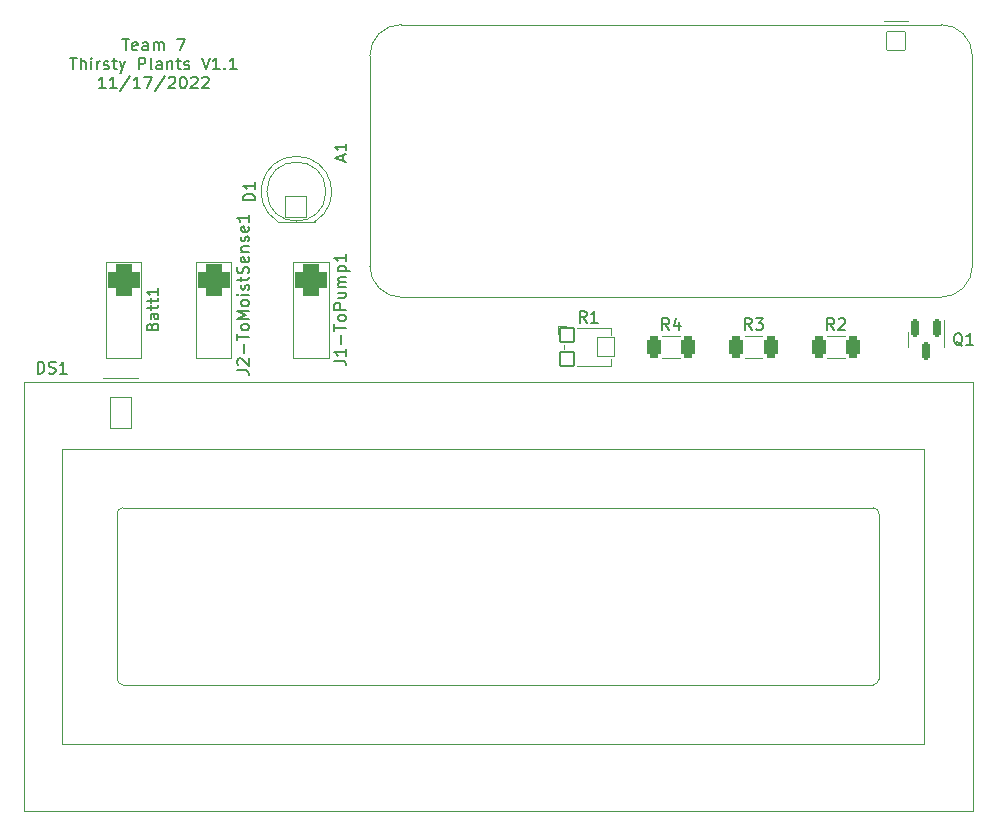
<source format=gbr>
%TF.GenerationSoftware,KiCad,Pcbnew,(6.0.5)*%
%TF.CreationDate,2022-11-16T22:17:36-08:00*%
%TF.ProjectId,ECE411,45434534-3131-42e6-9b69-6361645f7063,rev?*%
%TF.SameCoordinates,Original*%
%TF.FileFunction,Legend,Top*%
%TF.FilePolarity,Positive*%
%FSLAX46Y46*%
G04 Gerber Fmt 4.6, Leading zero omitted, Abs format (unit mm)*
G04 Created by KiCad (PCBNEW (6.0.5)) date 2022-11-16 22:17:36*
%MOMM*%
%LPD*%
G01*
G04 APERTURE LIST*
G04 Aperture macros list*
%AMRoundRect*
0 Rectangle with rounded corners*
0 $1 Rounding radius*
0 $2 $3 $4 $5 $6 $7 $8 $9 X,Y pos of 4 corners*
0 Add a 4 corners polygon primitive as box body*
4,1,4,$2,$3,$4,$5,$6,$7,$8,$9,$2,$3,0*
0 Add four circle primitives for the rounded corners*
1,1,$1+$1,$2,$3*
1,1,$1+$1,$4,$5*
1,1,$1+$1,$6,$7*
1,1,$1+$1,$8,$9*
0 Add four rect primitives between the rounded corners*
20,1,$1+$1,$2,$3,$4,$5,0*
20,1,$1+$1,$4,$5,$6,$7,0*
20,1,$1+$1,$6,$7,$8,$9,0*
20,1,$1+$1,$8,$9,$2,$3,0*%
G04 Aperture macros list end*
%ADD10C,0.150000*%
%ADD11C,0.120000*%
%ADD12RoundRect,0.050800X0.900000X-0.900000X0.900000X0.900000X-0.900000X0.900000X-0.900000X-0.900000X0*%
%ADD13C,1.901600*%
%ADD14RoundRect,0.700800X-0.650000X0.650000X-0.650000X-0.650000X0.650000X-0.650000X0.650000X0.650000X0*%
%ADD15C,2.701600*%
%ADD16RoundRect,0.300800X-0.312500X-0.625000X0.312500X-0.625000X0.312500X0.625000X-0.312500X0.625000X0*%
%ADD17C,3.101600*%
%ADD18RoundRect,0.050800X-0.900000X-1.300000X0.900000X-1.300000X0.900000X1.300000X-0.900000X1.300000X0*%
%ADD19O,1.901600X2.701600*%
%ADD20RoundRect,0.300800X0.312500X0.625000X-0.312500X0.625000X-0.312500X-0.625000X0.312500X-0.625000X0*%
%ADD21RoundRect,0.050800X0.800000X-0.800000X0.800000X0.800000X-0.800000X0.800000X-0.800000X-0.800000X0*%
%ADD22C,1.701600*%
%ADD23RoundRect,0.200800X-0.150000X0.587500X-0.150000X-0.587500X0.150000X-0.587500X0.150000X0.587500X0*%
%ADD24RoundRect,0.050800X-0.600000X-0.600000X0.600000X-0.600000X0.600000X0.600000X-0.600000X0.600000X0*%
%ADD25RoundRect,0.050800X-0.750000X-0.800000X0.750000X-0.800000X0.750000X0.800000X-0.750000X0.800000X0*%
G04 APERTURE END LIST*
D10*
X116054523Y-63882380D02*
X116625952Y-63882380D01*
X116340238Y-64882380D02*
X116340238Y-63882380D01*
X117340238Y-64834761D02*
X117245000Y-64882380D01*
X117054523Y-64882380D01*
X116959285Y-64834761D01*
X116911666Y-64739523D01*
X116911666Y-64358571D01*
X116959285Y-64263333D01*
X117054523Y-64215714D01*
X117245000Y-64215714D01*
X117340238Y-64263333D01*
X117387857Y-64358571D01*
X117387857Y-64453809D01*
X116911666Y-64549047D01*
X118245000Y-64882380D02*
X118245000Y-64358571D01*
X118197380Y-64263333D01*
X118102142Y-64215714D01*
X117911666Y-64215714D01*
X117816428Y-64263333D01*
X118245000Y-64834761D02*
X118149761Y-64882380D01*
X117911666Y-64882380D01*
X117816428Y-64834761D01*
X117768809Y-64739523D01*
X117768809Y-64644285D01*
X117816428Y-64549047D01*
X117911666Y-64501428D01*
X118149761Y-64501428D01*
X118245000Y-64453809D01*
X118721190Y-64882380D02*
X118721190Y-64215714D01*
X118721190Y-64310952D02*
X118768809Y-64263333D01*
X118864047Y-64215714D01*
X119006904Y-64215714D01*
X119102142Y-64263333D01*
X119149761Y-64358571D01*
X119149761Y-64882380D01*
X119149761Y-64358571D02*
X119197380Y-64263333D01*
X119292619Y-64215714D01*
X119435476Y-64215714D01*
X119530714Y-64263333D01*
X119578333Y-64358571D01*
X119578333Y-64882380D01*
X120721190Y-63882380D02*
X121387857Y-63882380D01*
X120959285Y-64882380D01*
X111649761Y-65492380D02*
X112221190Y-65492380D01*
X111935476Y-66492380D02*
X111935476Y-65492380D01*
X112554523Y-66492380D02*
X112554523Y-65492380D01*
X112983095Y-66492380D02*
X112983095Y-65968571D01*
X112935476Y-65873333D01*
X112840238Y-65825714D01*
X112697380Y-65825714D01*
X112602142Y-65873333D01*
X112554523Y-65920952D01*
X113459285Y-66492380D02*
X113459285Y-65825714D01*
X113459285Y-65492380D02*
X113411666Y-65540000D01*
X113459285Y-65587619D01*
X113506904Y-65540000D01*
X113459285Y-65492380D01*
X113459285Y-65587619D01*
X113935476Y-66492380D02*
X113935476Y-65825714D01*
X113935476Y-66016190D02*
X113983095Y-65920952D01*
X114030714Y-65873333D01*
X114125952Y-65825714D01*
X114221190Y-65825714D01*
X114506904Y-66444761D02*
X114602142Y-66492380D01*
X114792619Y-66492380D01*
X114887857Y-66444761D01*
X114935476Y-66349523D01*
X114935476Y-66301904D01*
X114887857Y-66206666D01*
X114792619Y-66159047D01*
X114649761Y-66159047D01*
X114554523Y-66111428D01*
X114506904Y-66016190D01*
X114506904Y-65968571D01*
X114554523Y-65873333D01*
X114649761Y-65825714D01*
X114792619Y-65825714D01*
X114887857Y-65873333D01*
X115221190Y-65825714D02*
X115602142Y-65825714D01*
X115364047Y-65492380D02*
X115364047Y-66349523D01*
X115411666Y-66444761D01*
X115506904Y-66492380D01*
X115602142Y-66492380D01*
X115840238Y-65825714D02*
X116078333Y-66492380D01*
X116316428Y-65825714D02*
X116078333Y-66492380D01*
X115983095Y-66730476D01*
X115935476Y-66778095D01*
X115840238Y-66825714D01*
X117459285Y-66492380D02*
X117459285Y-65492380D01*
X117840238Y-65492380D01*
X117935476Y-65540000D01*
X117983095Y-65587619D01*
X118030714Y-65682857D01*
X118030714Y-65825714D01*
X117983095Y-65920952D01*
X117935476Y-65968571D01*
X117840238Y-66016190D01*
X117459285Y-66016190D01*
X118602142Y-66492380D02*
X118506904Y-66444761D01*
X118459285Y-66349523D01*
X118459285Y-65492380D01*
X119411666Y-66492380D02*
X119411666Y-65968571D01*
X119364047Y-65873333D01*
X119268809Y-65825714D01*
X119078333Y-65825714D01*
X118983095Y-65873333D01*
X119411666Y-66444761D02*
X119316428Y-66492380D01*
X119078333Y-66492380D01*
X118983095Y-66444761D01*
X118935476Y-66349523D01*
X118935476Y-66254285D01*
X118983095Y-66159047D01*
X119078333Y-66111428D01*
X119316428Y-66111428D01*
X119411666Y-66063809D01*
X119887857Y-65825714D02*
X119887857Y-66492380D01*
X119887857Y-65920952D02*
X119935476Y-65873333D01*
X120030714Y-65825714D01*
X120173571Y-65825714D01*
X120268809Y-65873333D01*
X120316428Y-65968571D01*
X120316428Y-66492380D01*
X120649761Y-65825714D02*
X121030714Y-65825714D01*
X120792619Y-65492380D02*
X120792619Y-66349523D01*
X120840238Y-66444761D01*
X120935476Y-66492380D01*
X121030714Y-66492380D01*
X121316428Y-66444761D02*
X121411666Y-66492380D01*
X121602142Y-66492380D01*
X121697380Y-66444761D01*
X121745000Y-66349523D01*
X121745000Y-66301904D01*
X121697380Y-66206666D01*
X121602142Y-66159047D01*
X121459285Y-66159047D01*
X121364047Y-66111428D01*
X121316428Y-66016190D01*
X121316428Y-65968571D01*
X121364047Y-65873333D01*
X121459285Y-65825714D01*
X121602142Y-65825714D01*
X121697380Y-65873333D01*
X122792619Y-65492380D02*
X123125952Y-66492380D01*
X123459285Y-65492380D01*
X124316428Y-66492380D02*
X123745000Y-66492380D01*
X124030714Y-66492380D02*
X124030714Y-65492380D01*
X123935476Y-65635238D01*
X123840238Y-65730476D01*
X123745000Y-65778095D01*
X124745000Y-66397142D02*
X124792619Y-66444761D01*
X124745000Y-66492380D01*
X124697380Y-66444761D01*
X124745000Y-66397142D01*
X124745000Y-66492380D01*
X125745000Y-66492380D02*
X125173571Y-66492380D01*
X125459285Y-66492380D02*
X125459285Y-65492380D01*
X125364047Y-65635238D01*
X125268809Y-65730476D01*
X125173571Y-65778095D01*
X114649761Y-68102380D02*
X114078333Y-68102380D01*
X114364047Y-68102380D02*
X114364047Y-67102380D01*
X114268809Y-67245238D01*
X114173571Y-67340476D01*
X114078333Y-67388095D01*
X115602142Y-68102380D02*
X115030714Y-68102380D01*
X115316428Y-68102380D02*
X115316428Y-67102380D01*
X115221190Y-67245238D01*
X115125952Y-67340476D01*
X115030714Y-67388095D01*
X116745000Y-67054761D02*
X115887857Y-68340476D01*
X117602142Y-68102380D02*
X117030714Y-68102380D01*
X117316428Y-68102380D02*
X117316428Y-67102380D01*
X117221190Y-67245238D01*
X117125952Y-67340476D01*
X117030714Y-67388095D01*
X117935476Y-67102380D02*
X118602142Y-67102380D01*
X118173571Y-68102380D01*
X119697380Y-67054761D02*
X118840238Y-68340476D01*
X119983095Y-67197619D02*
X120030714Y-67150000D01*
X120125952Y-67102380D01*
X120364047Y-67102380D01*
X120459285Y-67150000D01*
X120506904Y-67197619D01*
X120554523Y-67292857D01*
X120554523Y-67388095D01*
X120506904Y-67530952D01*
X119935476Y-68102380D01*
X120554523Y-68102380D01*
X121173571Y-67102380D02*
X121268809Y-67102380D01*
X121364047Y-67150000D01*
X121411666Y-67197619D01*
X121459285Y-67292857D01*
X121506904Y-67483333D01*
X121506904Y-67721428D01*
X121459285Y-67911904D01*
X121411666Y-68007142D01*
X121364047Y-68054761D01*
X121268809Y-68102380D01*
X121173571Y-68102380D01*
X121078333Y-68054761D01*
X121030714Y-68007142D01*
X120983095Y-67911904D01*
X120935476Y-67721428D01*
X120935476Y-67483333D01*
X120983095Y-67292857D01*
X121030714Y-67197619D01*
X121078333Y-67150000D01*
X121173571Y-67102380D01*
X121887857Y-67197619D02*
X121935476Y-67150000D01*
X122030714Y-67102380D01*
X122268809Y-67102380D01*
X122364047Y-67150000D01*
X122411666Y-67197619D01*
X122459285Y-67292857D01*
X122459285Y-67388095D01*
X122411666Y-67530952D01*
X121840238Y-68102380D01*
X122459285Y-68102380D01*
X122840238Y-67197619D02*
X122887857Y-67150000D01*
X122983095Y-67102380D01*
X123221190Y-67102380D01*
X123316428Y-67150000D01*
X123364047Y-67197619D01*
X123411666Y-67292857D01*
X123411666Y-67388095D01*
X123364047Y-67530952D01*
X122792619Y-68102380D01*
X123411666Y-68102380D01*
%TO.C,D1*%
X127302380Y-77578095D02*
X126302380Y-77578095D01*
X126302380Y-77340000D01*
X126350000Y-77197142D01*
X126445238Y-77101904D01*
X126540476Y-77054285D01*
X126730952Y-77006666D01*
X126873809Y-77006666D01*
X127064285Y-77054285D01*
X127159523Y-77101904D01*
X127254761Y-77197142D01*
X127302380Y-77340000D01*
X127302380Y-77578095D01*
X127302380Y-76054285D02*
X127302380Y-76625714D01*
X127302380Y-76340000D02*
X126302380Y-76340000D01*
X126445238Y-76435238D01*
X126540476Y-76530476D01*
X126588095Y-76625714D01*
%TO.C,J2-ToMoistSense1*%
X125787860Y-91966781D02*
X126502146Y-91966781D01*
X126645003Y-92014400D01*
X126740241Y-92109639D01*
X126787860Y-92252496D01*
X126787860Y-92347734D01*
X125883099Y-91538210D02*
X125835480Y-91490591D01*
X125787860Y-91395353D01*
X125787860Y-91157258D01*
X125835480Y-91062020D01*
X125883099Y-91014400D01*
X125978337Y-90966781D01*
X126073575Y-90966781D01*
X126216432Y-91014400D01*
X126787860Y-91585829D01*
X126787860Y-90966781D01*
X126406908Y-90538210D02*
X126406908Y-89776305D01*
X125787860Y-89442972D02*
X125787860Y-88871543D01*
X126787860Y-89157258D02*
X125787860Y-89157258D01*
X126787860Y-88395353D02*
X126740241Y-88490591D01*
X126692622Y-88538210D01*
X126597384Y-88585829D01*
X126311670Y-88585829D01*
X126216432Y-88538210D01*
X126168813Y-88490591D01*
X126121194Y-88395353D01*
X126121194Y-88252496D01*
X126168813Y-88157258D01*
X126216432Y-88109639D01*
X126311670Y-88062020D01*
X126597384Y-88062020D01*
X126692622Y-88109639D01*
X126740241Y-88157258D01*
X126787860Y-88252496D01*
X126787860Y-88395353D01*
X126787860Y-87633448D02*
X125787860Y-87633448D01*
X126502146Y-87300115D01*
X125787860Y-86966781D01*
X126787860Y-86966781D01*
X126787860Y-86347734D02*
X126740241Y-86442972D01*
X126692622Y-86490591D01*
X126597384Y-86538210D01*
X126311670Y-86538210D01*
X126216432Y-86490591D01*
X126168813Y-86442972D01*
X126121194Y-86347734D01*
X126121194Y-86204877D01*
X126168813Y-86109639D01*
X126216432Y-86062020D01*
X126311670Y-86014400D01*
X126597384Y-86014400D01*
X126692622Y-86062020D01*
X126740241Y-86109639D01*
X126787860Y-86204877D01*
X126787860Y-86347734D01*
X126787860Y-85585829D02*
X126121194Y-85585829D01*
X125787860Y-85585829D02*
X125835480Y-85633448D01*
X125883099Y-85585829D01*
X125835480Y-85538210D01*
X125787860Y-85585829D01*
X125883099Y-85585829D01*
X126740241Y-85157258D02*
X126787860Y-85062020D01*
X126787860Y-84871543D01*
X126740241Y-84776305D01*
X126645003Y-84728686D01*
X126597384Y-84728686D01*
X126502146Y-84776305D01*
X126454527Y-84871543D01*
X126454527Y-85014400D01*
X126406908Y-85109639D01*
X126311670Y-85157258D01*
X126264051Y-85157258D01*
X126168813Y-85109639D01*
X126121194Y-85014400D01*
X126121194Y-84871543D01*
X126168813Y-84776305D01*
X126121194Y-84442972D02*
X126121194Y-84062020D01*
X125787860Y-84300115D02*
X126645003Y-84300115D01*
X126740241Y-84252496D01*
X126787860Y-84157258D01*
X126787860Y-84062020D01*
X126740241Y-83776305D02*
X126787860Y-83633448D01*
X126787860Y-83395353D01*
X126740241Y-83300115D01*
X126692622Y-83252496D01*
X126597384Y-83204877D01*
X126502146Y-83204877D01*
X126406908Y-83252496D01*
X126359289Y-83300115D01*
X126311670Y-83395353D01*
X126264051Y-83585829D01*
X126216432Y-83681067D01*
X126168813Y-83728686D01*
X126073575Y-83776305D01*
X125978337Y-83776305D01*
X125883099Y-83728686D01*
X125835480Y-83681067D01*
X125787860Y-83585829D01*
X125787860Y-83347734D01*
X125835480Y-83204877D01*
X126740241Y-82395353D02*
X126787860Y-82490591D01*
X126787860Y-82681067D01*
X126740241Y-82776305D01*
X126645003Y-82823924D01*
X126264051Y-82823924D01*
X126168813Y-82776305D01*
X126121194Y-82681067D01*
X126121194Y-82490591D01*
X126168813Y-82395353D01*
X126264051Y-82347734D01*
X126359289Y-82347734D01*
X126454527Y-82823924D01*
X126121194Y-81919162D02*
X126787860Y-81919162D01*
X126216432Y-81919162D02*
X126168813Y-81871543D01*
X126121194Y-81776305D01*
X126121194Y-81633448D01*
X126168813Y-81538210D01*
X126264051Y-81490591D01*
X126787860Y-81490591D01*
X126740241Y-81062020D02*
X126787860Y-80966781D01*
X126787860Y-80776305D01*
X126740241Y-80681067D01*
X126645003Y-80633448D01*
X126597384Y-80633448D01*
X126502146Y-80681067D01*
X126454527Y-80776305D01*
X126454527Y-80919162D01*
X126406908Y-81014400D01*
X126311670Y-81062020D01*
X126264051Y-81062020D01*
X126168813Y-81014400D01*
X126121194Y-80919162D01*
X126121194Y-80776305D01*
X126168813Y-80681067D01*
X126740241Y-79823924D02*
X126787860Y-79919162D01*
X126787860Y-80109639D01*
X126740241Y-80204877D01*
X126645003Y-80252496D01*
X126264051Y-80252496D01*
X126168813Y-80204877D01*
X126121194Y-80109639D01*
X126121194Y-79919162D01*
X126168813Y-79823924D01*
X126264051Y-79776305D01*
X126359289Y-79776305D01*
X126454527Y-80252496D01*
X126787860Y-78823924D02*
X126787860Y-79395353D01*
X126787860Y-79109639D02*
X125787860Y-79109639D01*
X125930718Y-79204877D01*
X126025956Y-79300115D01*
X126073575Y-79395353D01*
%TO.C,Batt1*%
X118604051Y-88260591D02*
X118651670Y-88117734D01*
X118699289Y-88070115D01*
X118794527Y-88022496D01*
X118937384Y-88022496D01*
X119032622Y-88070115D01*
X119080241Y-88117734D01*
X119127860Y-88212972D01*
X119127860Y-88593924D01*
X118127860Y-88593924D01*
X118127860Y-88260591D01*
X118175480Y-88165353D01*
X118223099Y-88117734D01*
X118318337Y-88070115D01*
X118413575Y-88070115D01*
X118508813Y-88117734D01*
X118556432Y-88165353D01*
X118604051Y-88260591D01*
X118604051Y-88593924D01*
X119127860Y-87165353D02*
X118604051Y-87165353D01*
X118508813Y-87212972D01*
X118461194Y-87308210D01*
X118461194Y-87498686D01*
X118508813Y-87593924D01*
X119080241Y-87165353D02*
X119127860Y-87260591D01*
X119127860Y-87498686D01*
X119080241Y-87593924D01*
X118985003Y-87641543D01*
X118889765Y-87641543D01*
X118794527Y-87593924D01*
X118746908Y-87498686D01*
X118746908Y-87260591D01*
X118699289Y-87165353D01*
X118461194Y-86832020D02*
X118461194Y-86451067D01*
X118127860Y-86689162D02*
X118985003Y-86689162D01*
X119080241Y-86641543D01*
X119127860Y-86546305D01*
X119127860Y-86451067D01*
X118461194Y-86260591D02*
X118461194Y-85879639D01*
X118127860Y-86117734D02*
X118985003Y-86117734D01*
X119080241Y-86070115D01*
X119127860Y-85974877D01*
X119127860Y-85879639D01*
X119127860Y-85022496D02*
X119127860Y-85593924D01*
X119127860Y-85308210D02*
X118127860Y-85308210D01*
X118270718Y-85403448D01*
X118365956Y-85498686D01*
X118413575Y-85593924D01*
%TO.C,R3*%
X169348813Y-88554400D02*
X169015480Y-88078210D01*
X168777384Y-88554400D02*
X168777384Y-87554400D01*
X169158337Y-87554400D01*
X169253575Y-87602020D01*
X169301194Y-87649639D01*
X169348813Y-87744877D01*
X169348813Y-87887734D01*
X169301194Y-87982972D01*
X169253575Y-88030591D01*
X169158337Y-88078210D01*
X168777384Y-88078210D01*
X169682146Y-87554400D02*
X170301194Y-87554400D01*
X169967860Y-87935353D01*
X170110718Y-87935353D01*
X170205956Y-87982972D01*
X170253575Y-88030591D01*
X170301194Y-88125829D01*
X170301194Y-88363924D01*
X170253575Y-88459162D01*
X170205956Y-88506781D01*
X170110718Y-88554400D01*
X169825003Y-88554400D01*
X169729765Y-88506781D01*
X169682146Y-88459162D01*
%TO.C,DS1*%
X108891194Y-92246900D02*
X108891194Y-91246900D01*
X109129289Y-91246900D01*
X109272146Y-91294520D01*
X109367384Y-91389758D01*
X109415003Y-91484996D01*
X109462622Y-91675472D01*
X109462622Y-91818329D01*
X109415003Y-92008805D01*
X109367384Y-92104043D01*
X109272146Y-92199281D01*
X109129289Y-92246900D01*
X108891194Y-92246900D01*
X109843575Y-92199281D02*
X109986432Y-92246900D01*
X110224527Y-92246900D01*
X110319765Y-92199281D01*
X110367384Y-92151662D01*
X110415003Y-92056424D01*
X110415003Y-91961186D01*
X110367384Y-91865948D01*
X110319765Y-91818329D01*
X110224527Y-91770710D01*
X110034051Y-91723091D01*
X109938813Y-91675472D01*
X109891194Y-91627853D01*
X109843575Y-91532615D01*
X109843575Y-91437377D01*
X109891194Y-91342139D01*
X109938813Y-91294520D01*
X110034051Y-91246900D01*
X110272146Y-91246900D01*
X110415003Y-91294520D01*
X111367384Y-92246900D02*
X110795956Y-92246900D01*
X111081670Y-92246900D02*
X111081670Y-91246900D01*
X110986432Y-91389758D01*
X110891194Y-91484996D01*
X110795956Y-91532615D01*
%TO.C,R4*%
X162363813Y-88554400D02*
X162030480Y-88078210D01*
X161792384Y-88554400D02*
X161792384Y-87554400D01*
X162173337Y-87554400D01*
X162268575Y-87602020D01*
X162316194Y-87649639D01*
X162363813Y-87744877D01*
X162363813Y-87887734D01*
X162316194Y-87982972D01*
X162268575Y-88030591D01*
X162173337Y-88078210D01*
X161792384Y-88078210D01*
X163220956Y-87887734D02*
X163220956Y-88554400D01*
X162982860Y-87506781D02*
X162744765Y-88221067D01*
X163363813Y-88221067D01*
%TO.C,A1*%
X134757146Y-74211305D02*
X134757146Y-73735115D01*
X135042860Y-74306543D02*
X134042860Y-73973210D01*
X135042860Y-73639877D01*
X135042860Y-72782734D02*
X135042860Y-73354162D01*
X135042860Y-73068448D02*
X134042860Y-73068448D01*
X134185718Y-73163686D01*
X134280956Y-73258924D01*
X134328575Y-73354162D01*
%TO.C,R2*%
X176333813Y-88554400D02*
X176000480Y-88078210D01*
X175762384Y-88554400D02*
X175762384Y-87554400D01*
X176143337Y-87554400D01*
X176238575Y-87602020D01*
X176286194Y-87649639D01*
X176333813Y-87744877D01*
X176333813Y-87887734D01*
X176286194Y-87982972D01*
X176238575Y-88030591D01*
X176143337Y-88078210D01*
X175762384Y-88078210D01*
X176714765Y-87649639D02*
X176762384Y-87602020D01*
X176857622Y-87554400D01*
X177095718Y-87554400D01*
X177190956Y-87602020D01*
X177238575Y-87649639D01*
X177286194Y-87744877D01*
X177286194Y-87840115D01*
X177238575Y-87982972D01*
X176667146Y-88554400D01*
X177286194Y-88554400D01*
%TO.C,J1-ToPump1*%
X134002860Y-91165353D02*
X134717146Y-91165353D01*
X134860003Y-91212972D01*
X134955241Y-91308210D01*
X135002860Y-91451067D01*
X135002860Y-91546305D01*
X135002860Y-90165353D02*
X135002860Y-90736781D01*
X135002860Y-90451067D02*
X134002860Y-90451067D01*
X134145718Y-90546305D01*
X134240956Y-90641543D01*
X134288575Y-90736781D01*
X134621908Y-89736781D02*
X134621908Y-88974877D01*
X134002860Y-88641543D02*
X134002860Y-88070115D01*
X135002860Y-88355829D02*
X134002860Y-88355829D01*
X135002860Y-87593924D02*
X134955241Y-87689162D01*
X134907622Y-87736781D01*
X134812384Y-87784400D01*
X134526670Y-87784400D01*
X134431432Y-87736781D01*
X134383813Y-87689162D01*
X134336194Y-87593924D01*
X134336194Y-87451067D01*
X134383813Y-87355829D01*
X134431432Y-87308210D01*
X134526670Y-87260591D01*
X134812384Y-87260591D01*
X134907622Y-87308210D01*
X134955241Y-87355829D01*
X135002860Y-87451067D01*
X135002860Y-87593924D01*
X135002860Y-86832020D02*
X134002860Y-86832020D01*
X134002860Y-86451067D01*
X134050480Y-86355829D01*
X134098099Y-86308210D01*
X134193337Y-86260591D01*
X134336194Y-86260591D01*
X134431432Y-86308210D01*
X134479051Y-86355829D01*
X134526670Y-86451067D01*
X134526670Y-86832020D01*
X134336194Y-85403448D02*
X135002860Y-85403448D01*
X134336194Y-85832020D02*
X134860003Y-85832020D01*
X134955241Y-85784400D01*
X135002860Y-85689162D01*
X135002860Y-85546305D01*
X134955241Y-85451067D01*
X134907622Y-85403448D01*
X135002860Y-84927258D02*
X134336194Y-84927258D01*
X134431432Y-84927258D02*
X134383813Y-84879639D01*
X134336194Y-84784400D01*
X134336194Y-84641543D01*
X134383813Y-84546305D01*
X134479051Y-84498686D01*
X135002860Y-84498686D01*
X134479051Y-84498686D02*
X134383813Y-84451067D01*
X134336194Y-84355829D01*
X134336194Y-84212972D01*
X134383813Y-84117734D01*
X134479051Y-84070115D01*
X135002860Y-84070115D01*
X134336194Y-83593924D02*
X135336194Y-83593924D01*
X134383813Y-83593924D02*
X134336194Y-83498686D01*
X134336194Y-83308210D01*
X134383813Y-83212972D01*
X134431432Y-83165353D01*
X134526670Y-83117734D01*
X134812384Y-83117734D01*
X134907622Y-83165353D01*
X134955241Y-83212972D01*
X135002860Y-83308210D01*
X135002860Y-83498686D01*
X134955241Y-83593924D01*
X135002860Y-82165353D02*
X135002860Y-82736781D01*
X135002860Y-82451067D02*
X134002860Y-82451067D01*
X134145718Y-82546305D01*
X134240956Y-82641543D01*
X134288575Y-82736781D01*
%TO.C,Q1*%
X187200241Y-89919639D02*
X187105003Y-89872020D01*
X187009765Y-89776781D01*
X186866908Y-89633924D01*
X186771670Y-89586305D01*
X186676432Y-89586305D01*
X186724051Y-89824400D02*
X186628813Y-89776781D01*
X186533575Y-89681543D01*
X186485956Y-89491067D01*
X186485956Y-89157734D01*
X186533575Y-88967258D01*
X186628813Y-88872020D01*
X186724051Y-88824400D01*
X186914527Y-88824400D01*
X187009765Y-88872020D01*
X187105003Y-88967258D01*
X187152622Y-89157734D01*
X187152622Y-89491067D01*
X187105003Y-89681543D01*
X187009765Y-89776781D01*
X186914527Y-89824400D01*
X186724051Y-89824400D01*
X188105003Y-89824400D02*
X187533575Y-89824400D01*
X187819289Y-89824400D02*
X187819289Y-88824400D01*
X187724051Y-88967258D01*
X187628813Y-89062496D01*
X187533575Y-89110115D01*
%TO.C,R1*%
X155378813Y-87959400D02*
X155045480Y-87483210D01*
X154807384Y-87959400D02*
X154807384Y-86959400D01*
X155188337Y-86959400D01*
X155283575Y-87007020D01*
X155331194Y-87054639D01*
X155378813Y-87149877D01*
X155378813Y-87292734D01*
X155331194Y-87387972D01*
X155283575Y-87435591D01*
X155188337Y-87483210D01*
X154807384Y-87483210D01*
X156331194Y-87959400D02*
X155759765Y-87959400D01*
X156045480Y-87959400D02*
X156045480Y-86959400D01*
X155950241Y-87102258D01*
X155855003Y-87197496D01*
X155759765Y-87245115D01*
D11*
%TO.C,D1*%
X129265000Y-79400000D02*
X132355000Y-79400000D01*
X130810462Y-73850000D02*
G75*
G03*
X129265170Y-79400000I-462J-2990000D01*
G01*
X132354830Y-79400000D02*
G75*
G03*
X130809538Y-73850000I-1544830J2560000D01*
G01*
X133310000Y-76840000D02*
G75*
G03*
X133310000Y-76840000I-2500000J0D01*
G01*
%TO.C,J2-ToMoistSense1*%
X125295480Y-82792020D02*
X122295480Y-82792020D01*
X122295480Y-90892020D02*
X125295480Y-90892020D01*
X125295480Y-82792020D02*
X125295480Y-90892020D01*
X122295480Y-90892020D02*
X122295480Y-82792020D01*
%TO.C,Batt1*%
X114675480Y-90892020D02*
X114675480Y-82792020D01*
X117675480Y-82792020D02*
X114675480Y-82792020D01*
X117675480Y-82792020D02*
X117675480Y-90892020D01*
X114675480Y-90892020D02*
X117675480Y-90892020D01*
%TO.C,R3*%
X168788416Y-90917020D02*
X170242544Y-90917020D01*
X168788416Y-89097020D02*
X170242544Y-89097020D01*
%TO.C,DS1*%
X110925480Y-98604520D02*
X183925480Y-98604520D01*
X115625760Y-118103840D02*
X115625760Y-104104520D01*
X114425480Y-92604520D02*
X117425480Y-92604520D01*
X107795480Y-92964520D02*
X108585480Y-92964520D01*
X107785480Y-92964520D02*
X107785480Y-129244520D01*
X116125480Y-103604520D02*
X179625480Y-103604520D01*
X188065480Y-92964520D02*
X108585480Y-92964520D01*
X107785480Y-129244520D02*
X188065480Y-129244520D01*
X188065480Y-129244520D02*
X188065480Y-92964520D01*
X180125480Y-104104520D02*
X180125480Y-118104520D01*
X183925480Y-123604520D02*
X110925480Y-123604520D01*
X110925480Y-123604520D02*
X110925480Y-98604520D01*
X179626140Y-118604520D02*
X116125480Y-118604520D01*
X183925480Y-98604520D02*
X183925480Y-123604520D01*
X116126140Y-103602980D02*
G75*
G03*
X115625760Y-104103360I0J-500380D01*
G01*
X180125480Y-104104520D02*
G75*
G03*
X179625480Y-103604520I-500000J0D01*
G01*
X179626140Y-118604160D02*
G75*
G03*
X180126520Y-118103840I40J500340D01*
G01*
X115625760Y-118103840D02*
G75*
G03*
X116126140Y-118604220I500380J0D01*
G01*
%TO.C,R4*%
X163257544Y-89097020D02*
X161803416Y-89097020D01*
X163257544Y-90917020D02*
X161803416Y-90917020D01*
%TO.C,A1*%
X188040480Y-83129520D02*
X188040480Y-65349520D01*
X137020480Y-83129520D02*
X137020480Y-65349520D01*
X180580480Y-62379520D02*
X182580480Y-62379520D01*
X185390480Y-62699520D02*
X139670480Y-62699520D01*
X185390480Y-85779520D02*
X139670480Y-85779520D01*
X185390480Y-85779520D02*
G75*
G03*
X188040480Y-83129520I0J2650000D01*
G01*
X137020480Y-83129520D02*
G75*
G03*
X139670480Y-85779520I2650000J0D01*
G01*
X139670480Y-62699520D02*
G75*
G03*
X137020480Y-65349520I0J-2650000D01*
G01*
X188040480Y-65349520D02*
G75*
G03*
X185390480Y-62699520I-2650000J0D01*
G01*
%TO.C,R2*%
X175773416Y-89097020D02*
X177227544Y-89097020D01*
X175773416Y-90917020D02*
X177227544Y-90917020D01*
%TO.C,J1-ToPump1*%
X133550480Y-82792020D02*
X130550480Y-82792020D01*
X130550480Y-90892020D02*
X133550480Y-90892020D01*
X133550480Y-82792020D02*
X133550480Y-90892020D01*
X130550480Y-90892020D02*
X130550480Y-82792020D01*
%TO.C,Q1*%
X182560480Y-89372020D02*
X182560480Y-88722020D01*
X182560480Y-89372020D02*
X182560480Y-90022020D01*
X185680480Y-89372020D02*
X185680480Y-90022020D01*
X185680480Y-89372020D02*
X185680480Y-87697020D01*
%TO.C,R1*%
X154545480Y-88407020D02*
X157445480Y-88407020D01*
X153445480Y-89807020D02*
X153445480Y-90207020D01*
X157445480Y-88407020D02*
X157445480Y-89007020D01*
X152945480Y-88207020D02*
X152945480Y-88907020D01*
X153645480Y-88207020D02*
X152945480Y-88207020D01*
X154545480Y-91607020D02*
X157445480Y-91607020D01*
X157445480Y-91607020D02*
X157445480Y-91007020D01*
%TD*%
%LPC*%
D12*
%TO.C,D1*%
X130810000Y-78110000D03*
D13*
X130810000Y-75570000D03*
%TD*%
D14*
%TO.C,J2-ToMoistSense1*%
X123795480Y-84292020D03*
D15*
X123795480Y-89372020D03*
%TD*%
D14*
%TO.C,Batt1*%
X116175480Y-84292020D03*
D15*
X116175480Y-89372020D03*
%TD*%
D16*
%TO.C,R3*%
X168052980Y-90007020D03*
X170977980Y-90007020D03*
%TD*%
D17*
%TO.C,DS1*%
X185425480Y-95604520D03*
X110426380Y-95604520D03*
X110426380Y-126605220D03*
X185424960Y-126605220D03*
D18*
X115925480Y-95604520D03*
D19*
X118465480Y-95604520D03*
X121005480Y-95604520D03*
X123545480Y-95604520D03*
X126085480Y-95604520D03*
X128625480Y-95604520D03*
X131165480Y-95604520D03*
X133705480Y-95604520D03*
X136245480Y-95604520D03*
X138785480Y-95604520D03*
X141325480Y-95604520D03*
X143865480Y-95604520D03*
X146405480Y-95604520D03*
X148945480Y-95604520D03*
X151485480Y-95604520D03*
X154025480Y-95604520D03*
%TD*%
D20*
%TO.C,R4*%
X163992980Y-90007020D03*
X161067980Y-90007020D03*
%TD*%
D21*
%TO.C,A1*%
X181580480Y-64079520D03*
D22*
X179040480Y-64079520D03*
X176500480Y-64079520D03*
X173960480Y-64079520D03*
X171420480Y-64079520D03*
X168880480Y-64079520D03*
X166340480Y-64079520D03*
X163800480Y-64079520D03*
X161260480Y-64079520D03*
X158720480Y-64079520D03*
X156180480Y-64079520D03*
X153640480Y-64079520D03*
X151100480Y-64079520D03*
X148560480Y-64079520D03*
X146020480Y-64079520D03*
X143480480Y-64079520D03*
X143480480Y-84399520D03*
X146020480Y-84399520D03*
X148560480Y-84399520D03*
X151100480Y-84399520D03*
X153640480Y-84399520D03*
X156180480Y-84399520D03*
X158720480Y-84399520D03*
X161260480Y-84399520D03*
X163800480Y-84399520D03*
X166340480Y-84399520D03*
X168880480Y-84399520D03*
X171420480Y-84399520D03*
%TD*%
D16*
%TO.C,R2*%
X175037980Y-90007020D03*
X177962980Y-90007020D03*
%TD*%
D14*
%TO.C,J1-ToPump1*%
X132050480Y-84292020D03*
D15*
X132050480Y-89372020D03*
%TD*%
D23*
%TO.C,Q1*%
X185070480Y-88434520D03*
X183170480Y-88434520D03*
X184120480Y-90309520D03*
%TD*%
D24*
%TO.C,R1*%
X153745480Y-89007020D03*
D25*
X156995480Y-90007020D03*
D24*
X153745480Y-91007020D03*
%TD*%
M02*

</source>
